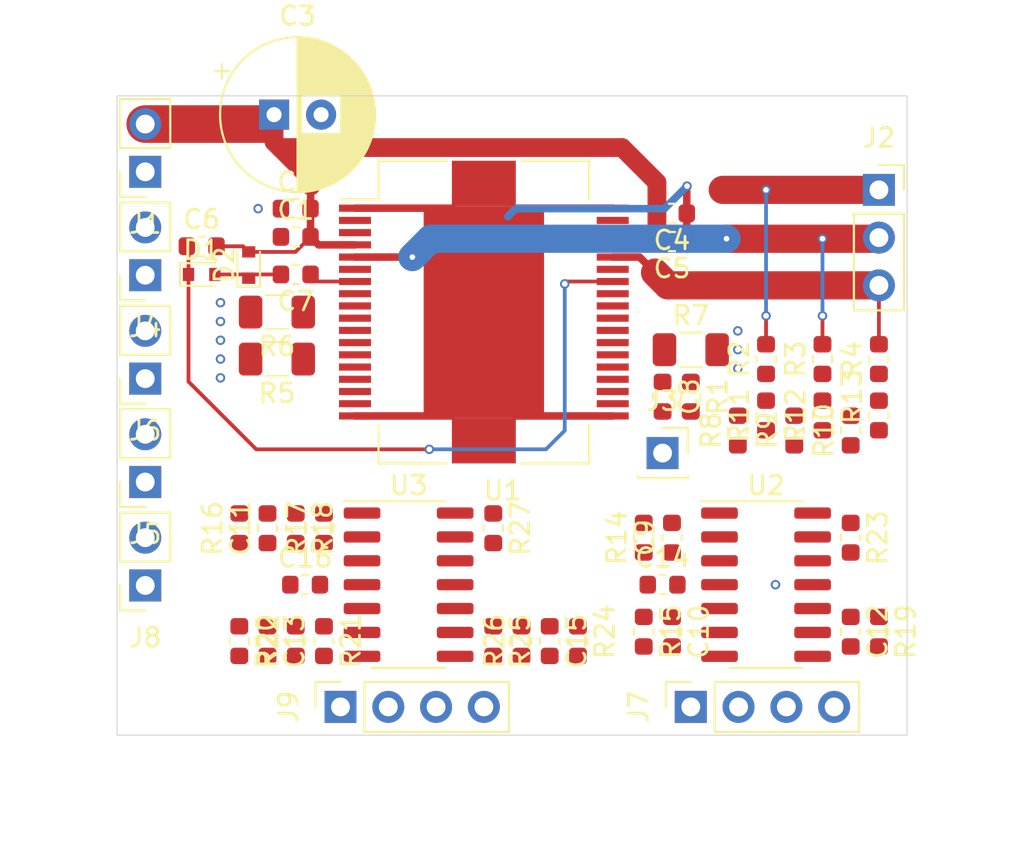
<source format=kicad_pcb>
(kicad_pcb (version 20211014) (generator pcbnew)
  (layers (0 "F.Cu" signal) (31 "B.Cu" signal) (34 "B.Paste" user) (35 "F.Paste" user) (36 "B.SilkS" user "B.Silkscreen") (37 "F.SilkS" user "F.Silkscreen") (38 "B.Mask" user) (39 "F.Mask" user) (44 "Edge.Cuts" user))
  (net 0 "")
  (net 1 "GND")
  (net 3 "Net-(C6-Pad1)")
  (net 4 "Net-(C7-Pad2)")
  (net 5 "Net-(C7-Pad1)")
  (net 6 "Net-(C8-Pad1)")
  (net 7 "/U_1")
  (net 8 "/V_1")
  (net 9 "/U_SENS")
  (net 10 "/W_1")
  (net 11 "/V_SENS")
  (net 12 "+3V3")
  (net 13 "/W_SENS")
  (net 14 "/W")
  (net 15 "/V")
  (net 16 "/U")
  (net 17 "Net-(J3-Pad1)")
  (net 18 "Net-(J4-Pad2)")
  (net 19 "Net-(J4-Pad1)")
  (net 20 "Net-(J5-Pad2)")
  (net 21 "Net-(J5-Pad1)")
  (net 22 "Net-(J6-Pad2)")
  (net 23 "Net-(J6-Pad1)")
  (net 24 "Net-(J7-Pad3)")
  (net 25 "Net-(J7-Pad2)")
  (net 26 "Net-(J7-Pad1)")
  (net 27 "Net-(J9-Pad3)")
  (net 28 "Net-(J9-Pad2)")
  (net 29 "Net-(J9-Pad1)")
  (net 30 "/VIRT_N")
  (net 31 "Net-(R17-Pad1)")
  (net 32 "Net-(R21-Pad1)")
  (net 33 "Net-(R23-Pad2)")
  (net 34 "Net-(R25-Pad1)")
  (net 35 "Net-(R27-Pad2)")
  (net 50 "Net-(U2-Pad13)")
  (net 51 "Net-(U3-Pad13)")
  (net 52 "VS")
  (net 53 "Net-(C9-Pad1)")
  (net 54 "Net-(C10-Pad1)")
  (net 55 "Net-(C11-Pad1)")
  (net 56 "Net-(C12-Pad1)")
  (net 57 "Net-(C13-Pad1)")
  (net 58 "Net-(C15-Pad1)")
  (footprint "Resistor_SMD:R_0603_1608Metric" (layer "F.Cu") (at 193.5 75 90)
    (fp_text reference "R3" (at 0 -1.43 90) (layer "F.SilkS"))
    (fp_text value "R")
    (pad "1" smd roundrect locked (at -0.7875 0 90) (size 0.875 0.95) (layers "F.Cu" "F.Paste" "F.Mask") (net 8 "/V_1"))
    (pad "2" smd roundrect locked (at 0.7875 0 90) (size 0.875 0.95) (layers "F.Cu" "F.Paste" "F.Mask") (net 15 "/V"))
  )
  (footprint "Capacitor_SMD:C_0603_1608Metric" (layer "F.Cu") (at 185 77 -90)
    (fp_text reference "C8" (at 0 -1.43 90) (layer "F.SilkS"))
    (fp_text value "10nF")
    (pad "1" smd roundrect locked (at -0.7875 0 270) (size 0.875 0.95) (layers "F.Cu" "F.Paste" "F.Mask") (net 6 "Net-(C8-Pad1)"))
    (pad "2" smd roundrect locked (at 0.7875 0 270) (size 0.875 0.95) (layers "F.Cu" "F.Paste" "F.Mask") (net 1 "GND"))
  )
  (footprint "Capacitor_SMD:C_0603_1608Metric" (layer "F.Cu") (at 165.5 68.5)
    (fp_text reference "C1" (at 0 -1.43) (layer "F.SilkS"))
    (fp_text value "100nF/16V")
    (pad "1" smd roundrect locked (at -0.7875 0) (size 0.875 0.95) (layers "F.Cu" "F.Paste" "F.Mask") (net 1 "GND"))
    (pad "2" smd roundrect locked (at 0.7875 0) (size 0.875 0.95) (layers "F.Cu" "F.Paste" "F.Mask") (net 52 "VS"))
  )
  (footprint "Capacitor_SMD:C_0603_1608Metric" (layer "F.Cu") (at 185.5 67.25 180)
    (fp_text reference "C4" (at 0 -1.43) (layer "F.SilkS"))
    (fp_text value "100nF/16V")
    (pad "1" smd roundrect locked (at -0.7875 0 180) (size 0.875 0.95) (layers "F.Cu" "F.Paste" "F.Mask") (net 1 "GND"))
    (pad "2" smd roundrect locked (at 0.7875 0 180) (size 0.875 0.95) (layers "F.Cu" "F.Paste" "F.Mask") (net 52 "VS"))
  )
  (footprint "Resistor_SMD:R_1206_3216Metric" (layer "F.Cu") (at 164.5 75 180)
    (fp_text reference "R5" (at 0 -1.82) (layer "F.SilkS"))
    (fp_text value "1mR")
    (pad "1" smd roundrect locked (at -1.4 0 180) (size 1.25 1.75) (layers "F.Cu" "F.Paste" "F.Mask") (roundrect_rratio 0.2) (net 9 "/U_SENS"))
    (pad "2" smd roundrect locked (at 1.4 0 180) (size 1.25 1.75) (layers "F.Cu" "F.Paste" "F.Mask") (roundrect_rratio 0.2) (net 1 "GND"))
  )
  (footprint "Capacitor_SMD:C_0603_1608Metric" (layer "F.Cu") (at 166 87)
    (fp_text reference "C16" (at 0 -1.43) (layer "F.SilkS"))
    (fp_text value "100nF/16V")
    (pad "1" smd roundrect locked (at -0.7875 0) (size 0.875 0.95) (layers "F.Cu" "F.Paste" "F.Mask") (net 1 "GND"))
    (pad "2" smd roundrect locked (at 0.7875 0) (size 0.875 0.95) (layers "F.Cu" "F.Paste" "F.Mask") (net 12 "+3V3"))
  )
  (footprint "Resistor_SMD:R_0603_1608Metric" (layer "F.Cu") (at 165.5 84 -90)
    (fp_text reference "R18" (at 0 -1.43 90) (layer "F.SilkS"))
    (fp_text value "1k")
    (pad "1" smd roundrect locked (at -0.7875 0 270) (size 0.875 0.95) (layers "F.Cu" "F.Paste" "F.Mask") (net 1 "GND"))
    (pad "2" smd roundrect locked (at 0.7875 0 270) (size 0.875 0.95) (layers "F.Cu" "F.Paste" "F.Mask") (net 31 "Net-(R17-Pad1)"))
  )
  (footprint "Resistor_SMD:R_0603_1608Metric" (layer "F.Cu") (at 167 84 90)
    (fp_text reference "R17" (at 0 -1.43 90) (layer "F.SilkS"))
    (fp_text value "1k")
    (pad "1" smd roundrect locked (at -0.7875 0 90) (size 0.875 0.95) (layers "F.Cu" "F.Paste" "F.Mask") (net 31 "Net-(R17-Pad1)"))
    (pad "2" smd roundrect locked (at 0.7875 0 90) (size 0.875 0.95) (layers "F.Cu" "F.Paste" "F.Mask") (net 29 "Net-(J9-Pad1)"))
  )
  (footprint "Resistor_SMD:R_0603_1608Metric" (layer "F.Cu") (at 162.5 84 90)
    (fp_text reference "R16" (at 0 -1.43 90) (layer "F.SilkS"))
    (fp_text value "1k")
    (pad "1" smd roundrect locked (at -0.7875 0 90) (size 0.875 0.95) (layers "F.Cu" "F.Paste" "F.Mask") (net 55 "Net-(C11-Pad1)"))
    (pad "2" smd roundrect locked (at 0.7875 0 90) (size 0.875 0.95) (layers "F.Cu" "F.Paste" "F.Mask") (net 9 "/U_SENS"))
  )
  (footprint "Resistor_SMD:R_0603_1608Metric" (layer "F.Cu") (at 162.5 90 -90)
    (fp_text reference "R20" (at 0 -1.43 90) (layer "F.SilkS"))
    (fp_text value "1k")
    (pad "1" smd roundrect locked (at -0.7875 0 270) (size 0.875 0.95) (layers "F.Cu" "F.Paste" "F.Mask") (net 57 "Net-(C13-Pad1)"))
    (pad "2" smd roundrect locked (at 0.7875 0 270) (size 0.875 0.95) (layers "F.Cu" "F.Paste" "F.Mask") (net 11 "/V_SENS"))
  )
  (footprint "Resistor_SMD:R_0603_1608Metric" (layer "F.Cu") (at 176 90 -90)
    (fp_text reference "R25" (at 0 -1.43 90) (layer "F.SilkS"))
    (fp_text value "1k")
    (pad "1" smd roundrect locked (at -0.7875 0 270) (size 0.875 0.95) (layers "F.Cu" "F.Paste" "F.Mask") (net 34 "Net-(R25-Pad1)"))
    (pad "2" smd roundrect locked (at 0.7875 0 270) (size 0.875 0.95) (layers "F.Cu" "F.Paste" "F.Mask") (net 27 "Net-(J9-Pad3)"))
  )
  (footprint "Capacitor_SMD:C_0603_1608Metric" (layer "F.Cu") (at 164 90 -90)
    (fp_text reference "C13" (at 0 -1.43 90) (layer "F.SilkS"))
    (fp_text value "220nF/16V")
    (pad "1" smd roundrect locked (at -0.7875 0 270) (size 0.875 0.95) (layers "F.Cu" "F.Paste" "F.Mask") (net 57 "Net-(C13-Pad1)"))
    (pad "2" smd roundrect locked (at 0.7875 0 270) (size 0.875 0.95) (layers "F.Cu" "F.Paste" "F.Mask") (net 1 "GND"))
  )
  (footprint "Capacitor_SMD:C_0603_1608Metric" (layer "F.Cu") (at 179 90 -90)
    (fp_text reference "C15" (at 0 -1.43 90) (layer "F.SilkS"))
    (fp_text value "220nF/16V")
    (pad "1" smd roundrect locked (at -0.7875 0 270) (size 0.875 0.95) (layers "F.Cu" "F.Paste" "F.Mask") (net 58 "Net-(C15-Pad1)"))
    (pad "2" smd roundrect locked (at 0.7875 0 270) (size 0.875 0.95) (layers "F.Cu" "F.Paste" "F.Mask") (net 1 "GND"))
  )
  (footprint "Capacitor_SMD:C_0603_1608Metric" (layer "F.Cu") (at 185 87)
    (fp_text reference "C14" (at 0 -1.43) (layer "F.SilkS"))
    (fp_text value "100nF/16V")
    (pad "1" smd roundrect locked (at -0.7875 0) (size 0.875 0.95) (layers "F.Cu" "F.Paste" "F.Mask") (net 1 "GND"))
    (pad "2" smd roundrect locked (at 0.7875 0) (size 0.875 0.95) (layers "F.Cu" "F.Paste" "F.Mask") (net 12 "+3V3"))
  )
  (footprint "Package_SO:SOIC-14_3.9x8.7mm_P1.27mm" (layer "F.Cu") (at 190.5 87)
    (fp_text reference "U2" (at 0 -5.28) (layer "F.SilkS"))
    (fp_text value "MCP6004T-I/SL")
    (pad "1" smd roundrect locked (at -2.475 -3.81) (size 1.95 0.6) (layers "F.Cu" "F.Paste" "F.Mask") (net 26 "Net-(J7-Pad1)"))
    (pad "2" smd roundrect locked (at -2.475 -2.54) (size 1.95 0.6) (layers "F.Cu" "F.Paste" "F.Mask") (net 30 "/VIRT_N"))
    (pad "3" smd roundrect locked (at -2.475 -1.27) (size 1.95 0.6) (layers "F.Cu" "F.Paste" "F.Mask") (net 53 "Net-(C9-Pad1)"))
    (pad "4" smd roundrect locked (at -2.475 0) (size 1.95 0.6) (layers "F.Cu" "F.Paste" "F.Mask") (net 12 "+3V3"))
    (pad "5" smd roundrect locked (at -2.475 1.27) (size 1.95 0.6) (layers "F.Cu" "F.Paste" "F.Mask") (net 54 "Net-(C10-Pad1)"))
    (pad "6" smd roundrect locked (at -2.475 2.54) (size 1.95 0.6) (layers "F.Cu" "F.Paste" "F.Mask") (net 30 "/VIRT_N"))
    (pad "7" smd roundrect locked (at -2.475 3.81) (size 1.95 0.6) (layers "F.Cu" "F.Paste" "F.Mask") (net 25 "Net-(J7-Pad2)"))
    (pad "8" smd roundrect locked (at 2.475 3.81) (size 1.95 0.6) (layers "F.Cu" "F.Paste" "F.Mask") (net 24 "Net-(J7-Pad3)"))
    (pad "9" smd roundrect locked (at 2.475 2.54) (size 1.95 0.6) (layers "F.Cu" "F.Paste" "F.Mask") (net 30 "/VIRT_N"))
    (pad "10" smd roundrect locked (at 2.475 1.27) (size 1.95 0.6) (layers "F.Cu" "F.Paste" "F.Mask") (net 56 "Net-(C12-Pad1)"))
    (pad "11" smd roundrect locked (at 2.475 0) (size 1.95 0.6) (layers "F.Cu" "F.Paste" "F.Mask") (net 1 "GND"))
    (pad "12" smd roundrect locked (at 2.475 -1.27) (size 1.95 0.6) (layers "F.Cu" "F.Paste" "F.Mask") (net 33 "Net-(R23-Pad2)"))
    (pad "13" smd roundrect locked (at 2.475 -2.54) (size 1.95 0.6) (layers "F.Cu" "F.Paste" "F.Mask") (net 50 "Net-(U2-Pad13)"))
    (pad "14" smd roundrect locked (at 2.475 -3.81) (size 1.95 0.6) (layers "F.Cu" "F.Paste" "F.Mask") (net 50 "Net-(U2-Pad13)"))
  )
  (footprint "Resistor_SMD:R_0603_1608Metric" (layer "F.Cu") (at 176 84 -90)
    (fp_text reference "R27" (at 0 -1.43 90) (layer "F.SilkS"))
    (fp_text value "1k")
    (pad "1" smd roundrect locked (at -0.7875 0 270) (size 0.875 0.95) (layers "F.Cu" "F.Paste" "F.Mask") (net 1 "GND"))
    (pad "2" smd roundrect locked (at 0.7875 0 270) (size 0.875 0.95) (layers "F.Cu" "F.Paste" "F.Mask") (net 35 "Net-(R27-Pad2)"))
  )
  (footprint "Resistor_SMD:R_0603_1608Metric" (layer "F.Cu") (at 195 84.5 -90)
    (fp_text reference "R23" (at 0 -1.43 90) (layer "F.SilkS"))
    (fp_text value "1k")
    (pad "1" smd roundrect locked (at -0.7875 0 270) (size 0.875 0.95) (layers "F.Cu" "F.Paste" "F.Mask") (net 1 "GND"))
    (pad "2" smd roundrect locked (at 0.7875 0 270) (size 0.875 0.95) (layers "F.Cu" "F.Paste" "F.Mask") (net 33 "Net-(R23-Pad2)"))
  )
  (footprint "Resistor_SMD:R_0603_1608Metric" (layer "F.Cu") (at 165.5 90 90)
    (fp_text reference "R22" (at 0 -1.43 90) (layer "F.SilkS"))
    (fp_text value "1k")
    (pad "1" smd roundrect locked (at -0.7875 0 90) (size 0.875 0.95) (layers "F.Cu" "F.Paste" "F.Mask") (net 1 "GND"))
    (pad "2" smd roundrect locked (at 0.7875 0 90) (size 0.875 0.95) (layers "F.Cu" "F.Paste" "F.Mask") (net 32 "Net-(R21-Pad1)"))
  )
  (footprint "Resistor_SMD:R_0603_1608Metric" (layer "F.Cu") (at 190.5 78 90)
    (fp_text reference "R11" (at 0 -1.43 90) (layer "F.SilkS"))
    (fp_text value "R")
    (pad "1" smd roundrect locked (at -0.7875 0 90) (size 0.875 0.95) (layers "F.Cu" "F.Paste" "F.Mask") (net 1 "GND"))
    (pad "2" smd roundrect locked (at 0.7875 0 90) (size 0.875 0.95) (layers "F.Cu" "F.Paste" "F.Mask") (net 7 "/U_1"))
  )
  (footprint "Connector_PinSocket_2.54mm:PinSocket_1x02_P2.54mm_Vertical" (layer "F.Cu") (at 157.5 87.04 180)
    (fp_text reference "J8" (at 0 -2.77) (layer "F.SilkS"))
    (fp_text value "Conn_01x02_Female")
    (pad "1" thru_hole rect locked (at 0 0 180) (size 1.7 1.7) (drill 1) (layers *.Cu *.Mask) (net 1 "GND"))
    (pad "2" thru_hole oval locked (at 0 2.54 180) (size 1.7 1.7) (drill 1) (layers *.Cu *.Mask) (net 12 "+3V3"))
  )
  (footprint "Resistor_SMD:R_0603_1608Metric" (layer "F.Cu") (at 167 90 -90)
    (fp_text reference "R21" (at 0 -1.43 90) (layer "F.SilkS"))
    (fp_text value "1k")
    (pad "1" smd roundrect locked (at -0.7875 0 270) (size 0.875 0.95) (layers "F.Cu" "F.Paste" "F.Mask") (net 32 "Net-(R21-Pad1)"))
    (pad "2" smd roundrect locked (at 0.7875 0 270) (size 0.875 0.95) (layers "F.Cu" "F.Paste" "F.Mask") (net 28 "Net-(J9-Pad2)"))
  )
  (footprint "Resistor_SMD:R_0603_1608Metric" (layer "F.Cu") (at 184 84.5 90)
    (fp_text reference "R14" (at 0 -1.43 90) (layer "F.SilkS"))
    (fp_text value "1k")
    (pad "1" smd roundrect locked (at -0.7875 0 90) (size 0.875 0.95) (layers "F.Cu" "F.Paste" "F.Mask") (net 53 "Net-(C9-Pad1)"))
    (pad "2" smd roundrect locked (at 0.7875 0 90) (size 0.875 0.95) (layers "F.Cu" "F.Paste" "F.Mask") (net 7 "/U_1"))
  )
  (footprint "Resistor_SMD:R_0603_1608Metric" (layer "F.Cu") (at 195 78.8 90)
    (fp_text reference "R10" (at 0 -1.43 90) (layer "F.SilkS"))
    (fp_text value "R")
    (pad "1" smd roundrect locked (at -0.7875 0 90) (size 0.875 0.95) (layers "F.Cu" "F.Paste" "F.Mask") (net 30 "/VIRT_N"))
    (pad "2" smd roundrect locked (at 0.7875 0 90) (size 0.875 0.95) (layers "F.Cu" "F.Paste" "F.Mask") (net 10 "/W_1"))
  )
  (footprint "Capacitor_SMD:C_0603_1608Metric" (layer "F.Cu") (at 185.5 84.5 90)
    (fp_text reference "C9" (at 0 -1.43 90) (layer "F.SilkS"))
    (fp_text value "220nF/16V")
    (pad "1" smd roundrect locked (at -0.7875 0 90) (size 0.875 0.95) (layers "F.Cu" "F.Paste" "F.Mask") (net 53 "Net-(C9-Pad1)"))
    (pad "2" smd roundrect locked (at 0.7875 0 90) (size 0.875 0.95) (layers "F.Cu" "F.Paste" "F.Mask") (net 1 "GND"))
  )
  (footprint "Resistor_SMD:R_0603_1608Metric" (layer "F.Cu") (at 189 78.8 90)
    (fp_text reference "R8" (at 0 -1.43 90) (layer "F.SilkS"))
    (fp_text value "R")
    (pad "1" smd roundrect locked (at -0.7875 0 90) (size 0.875 0.95) (layers "F.Cu" "F.Paste" "F.Mask") (net 30 "/VIRT_N"))
    (pad "2" smd roundrect locked (at 0.7875 0 90) (size 0.875 0.95) (layers "F.Cu" "F.Paste" "F.Mask") (net 7 "/U_1"))
  )
  (footprint "Diode_SMD:D_SOD-523" (layer "F.Cu") (at 160.5 70.5)
    (fp_text reference "D1" (at 0 -1.3) (layer "F.SilkS"))
    (fp_text value "1N4148WT")
    (pad "1" smd rect locked (at -0.7 0 180) (size 0.6 0.7) (layers "F.Cu" "F.Paste" "F.Mask") (net 3 "Net-(C6-Pad1)"))
    (pad "2" smd rect locked (at 0.7 0 180) (size 0.6 0.7) (layers "F.Cu" "F.Paste" "F.Mask") (net 4 "Net-(C7-Pad2)"))
  )
  (footprint "Capacitor_SMD:C_0603_1608Metric" (layer "F.Cu") (at 164 84 90)
    (fp_text reference "C11" (at 0 -1.43 90) (layer "F.SilkS"))
    (fp_text value "220nF/16V")
    (pad "1" smd roundrect locked (at -0.7875 0 90) (size 0.875 0.95) (layers "F.Cu" "F.Paste" "F.Mask") (net 55 "Net-(C11-Pad1)"))
    (pad "2" smd roundrect locked (at 0.7875 0 90) (size 0.875 0.95) (layers "F.Cu" "F.Paste" "F.Mask") (net 1 "GND"))
  )
  (footprint "Connector_PinSocket_2.54mm:PinSocket_1x04_P2.54mm_Vertical" (layer "F.Cu") (at 167.88 93.5 90)
    (fp_text reference "J9" (at 0 -2.77 90) (layer "F.SilkS"))
    (fp_text value "Conn_01x04_Female")
    (pad "1" thru_hole rect locked (at 0 0 90) (size 1.7 1.7) (drill 1) (layers *.Cu *.Mask) (net 29 "Net-(J9-Pad1)"))
    (pad "2" thru_hole oval locked (at 0 2.54 90) (size 1.7 1.7) (drill 1) (layers *.Cu *.Mask) (net 28 "Net-(J9-Pad2)"))
    (pad "3" thru_hole oval locked (at 0 5.08 90) (size 1.7 1.7) (drill 1) (layers *.Cu *.Mask) (net 27 "Net-(J9-Pad3)"))
    (pad "4" thru_hole oval locked (at 0 7.62 90) (size 1.7 1.7) (drill 1) (layers *.Cu *.Mask) (net 1 "GND"))
  )
  (footprint "Connector_PinSocket_2.54mm:PinSocket_1x02_P2.54mm_Vertical" (layer "F.Cu") (at 157.5 65.04 180)
    (fp_text reference "J1" (at 0 -2.77) (layer "F.SilkS"))
    (fp_text value "Conn_01x02_Female")
    (pad "1" thru_hole rect locked (at 0 0 180) (size 1.7 1.7) (drill 1) (layers *.Cu *.Mask) (net 1 "GND"))
    (pad "2" thru_hole oval locked (at 0 2.54 180) (size 1.7 1.7) (drill 1) (layers *.Cu *.Mask) (net 52 "VS"))
  )
  (footprint "Connector_PinSocket_2.54mm:PinSocket_1x03_P2.54mm_Vertical" (layer "F.Cu") (at 196.5 66)
    (fp_text reference "J2" (at 0 -2.77) (layer "F.SilkS"))
    (fp_text value "Conn_01x03_Female")
    (pad "1" thru_hole rect locked (at 0 0) (size 1.7 1.7) (drill 1) (layers *.Cu *.Mask) (net 16 "/U"))
    (pad "2" thru_hole oval locked (at 0 2.54) (size 1.7 1.7) (drill 1) (layers *.Cu *.Mask) (net 15 "/V"))
    (pad "3" thru_hole oval locked (at 0 5.08) (size 1.7 1.7) (drill 1) (layers *.Cu *.Mask) (net 14 "/W"))
  )
  (footprint "Resistor_SMD:R_0603_1608Metric" (layer "F.Cu") (at 184 89.5 -90)
    (fp_text reference "R15" (at 0 -1.43 90) (layer "F.SilkS"))
    (fp_text value "1k")
    (pad "1" smd roundrect locked (at -0.7875 0 270) (size 0.875 0.95) (layers "F.Cu" "F.Paste" "F.Mask") (net 54 "Net-(C10-Pad1)"))
    (pad "2" smd roundrect locked (at 0.7875 0 270) (size 0.875 0.95) (layers "F.Cu" "F.Paste" "F.Mask") (net 8 "/V_1"))
  )
  (footprint "Resistor_SMD:R_0603_1608Metric" (layer "F.Cu") (at 193.5 78 90)
    (fp_text reference "R12" (at 0 -1.43 90) (layer "F.SilkS"))
    (fp_text value "R")
    (pad "1" smd roundrect locked (at -0.7875 0 90) (size 0.875 0.95) (layers "F.Cu" "F.Paste" "F.Mask") (net 1 "GND"))
    (pad "2" smd roundrect locked (at 0.7875 0 90) (size 0.875 0.95) (layers "F.Cu" "F.Paste" "F.Mask") (net 8 "/V_1"))
  )
  (footprint "Resistor_SMD:R_0603_1608Metric" (layer "F.Cu") (at 186.5 77 -90)
    (fp_text reference "R1" (at 0 -1.43 90) (layer "F.SilkS"))
    (fp_text value "10k")
    (pad "1" smd roundrect locked (at -0.7875 0 270) (size 0.875 0.95) (layers "F.Cu" "F.Paste" "F.Mask") (net 6 "Net-(C8-Pad1)"))
    (pad "2" smd roundrect locked (at 0.7875 0 270) (size 0.875 0.95) (layers "F.Cu" "F.Paste" "F.Mask") (net 17 "Net-(J3-Pad1)"))
  )
  (footprint "Resistor_SMD:R_0603_1608Metric" (layer "F.Cu") (at 196.5 75 90)
    (fp_text reference "R4" (at 0 -1.43 90) (layer "F.SilkS"))
    (fp_text value "R")
    (pad "1" smd roundrect locked (at -0.7875 0 90) (size 0.875 0.95) (layers "F.Cu" "F.Paste" "F.Mask") (net 10 "/W_1"))
    (pad "2" smd roundrect locked (at 0.7875 0 90) (size 0.875 0.95) (layers "F.Cu" "F.Paste" "F.Mask") (net 14 "/W"))
  )
  (footprint "Connector_PinSocket_2.54mm:PinSocket_1x04_P2.54mm_Vertical" (layer "F.Cu") (at 186.5 93.5 90)
    (fp_text reference "J7" (at 0 -2.77 90) (layer "F.SilkS"))
    (fp_text value "Conn_01x04_Female")
    (pad "1" thru_hole rect locked (at 0 0 90) (size 1.7 1.7) (drill 1) (layers *.Cu *.Mask) (net 26 "Net-(J7-Pad1)"))
    (pad "2" thru_hole oval locked (at 0 2.54 90) (size 1.7 1.7) (drill 1) (layers *.Cu *.Mask) (net 25 "Net-(J7-Pad2)"))
    (pad "3" thru_hole oval locked (at 0 5.08 90) (size 1.7 1.7) (drill 1) (layers *.Cu *.Mask) (net 24 "Net-(J7-Pad3)"))
    (pad "4" thru_hole oval locked (at 0 7.62 90) (size 1.7 1.7) (drill 1) (layers *.Cu *.Mask) (net 1 "GND"))
  )
  (footprint "Resistor_SMD:R_0603_1608Metric" (layer "F.Cu") (at 196.5 78 90)
    (fp_text reference "R13" (at 1 -1.43 90) (layer "F.SilkS"))
    (fp_text value "R")
    (pad "1" smd roundrect locked (at -0.7875 0 90) (size 0.875 0.95) (layers "F.Cu" "F.Paste" "F.Mask") (net 1 "GND"))
    (pad "2" smd roundrect locked (at 0.7875 0 90) (size 0.875 0.95) (layers "F.Cu" "F.Paste" "F.Mask") (net 10 "/W_1"))
  )
  (footprint "Resistor_SMD:R_0603_1608Metric" (layer "F.Cu") (at 196.5 89.5 -90)
    (fp_text reference "R19" (at 0 -1.43 90) (layer "F.SilkS"))
    (fp_text value "1k")
    (pad "1" smd roundrect locked (at -0.7875 0 270) (size 0.875 0.95) (layers "F.Cu" "F.Paste" "F.Mask") (net 56 "Net-(C12-Pad1)"))
    (pad "2" smd roundrect locked (at 0.7875 0 270) (size 0.875 0.95) (layers "F.Cu" "F.Paste" "F.Mask") (net 10 "/W_1"))
  )
  (footprint "Capacitor_SMD:C_0603_1608Metric" (layer "F.Cu") (at 195 89.5 -90)
    (fp_text reference "C12" (at 0 -1.43 90) (layer "F.SilkS"))
    (fp_text value "220nF/16V")
    (pad "1" smd roundrect locked (at -0.7875 0 270) (size 0.875 0.95) (layers "F.Cu" "F.Paste" "F.Mask") (net 56 "Net-(C12-Pad1)"))
    (pad "2" smd roundrect locked (at 0.7875 0 270) (size 0.875 0.95) (layers "F.Cu" "F.Paste" "F.Mask") (net 1 "GND"))
  )
  (footprint "Resistor_SMD:R_0603_1608Metric" (layer "F.Cu") (at 192 78.8 90)
    (fp_text reference "R9" (at 0 -1.43 90) (layer "F.SilkS"))
    (fp_text value "R")
    (pad "1" smd roundrect locked (at -0.7875 0 90) (size 0.875 0.95) (layers "F.Cu" "F.Paste" "F.Mask") (net 30 "/VIRT_N"))
    (pad "2" smd roundrect locked (at 0.7875 0 90) (size 0.875 0.95) (layers "F.Cu" "F.Paste" "F.Mask") (net 8 "/V_1"))
  )
  (footprint "Resistor_SMD:R_1206_3216Metric" (layer "F.Cu") (at 164.5 72.5 180)
    (fp_text reference "R6" (at 0 -1.82) (layer "F.SilkS"))
    (fp_text value "1mR")
    (pad "1" smd roundrect locked (at -1.4 0 180) (size 1.25 1.75) (layers "F.Cu" "F.Paste" "F.Mask") (roundrect_rratio 0.2) (net 11 "/V_SENS"))
    (pad "2" smd roundrect locked (at 1.4 0 180) (size 1.25 1.75) (layers "F.Cu" "F.Paste" "F.Mask") (roundrect_rratio 0.2) (net 1 "GND"))
  )
  (footprint "Package_SO:SOIC-14_3.9x8.7mm_P1.27mm" (layer "F.Cu") (at 171.5 87)
    (fp_text reference "U3" (at 0 -5.28) (layer "F.SilkS"))
    (fp_text value "MCP6004T-I/SL")
    (pad "1" smd roundrect locked (at -2.475 -3.81) (size 1.95 0.6) (layers "F.Cu" "F.Paste" "F.Mask") (net 29 "Net-(J9-Pad1)"))
    (pad "2" smd roundrect locked (at -2.475 -2.54) (size 1.95 0.6) (layers "F.Cu" "F.Paste" "F.Mask") (net 31 "Net-(R17-Pad1)"))
    (pad "3" smd roundrect locked (at -2.475 -1.27) (size 1.95 0.6) (layers "F.Cu" "F.Paste" "F.Mask") (net 55 "Net-(C11-Pad1)"))
    (pad "4" smd roundrect locked (at -2.475 0) (size 1.95 0.6) (layers "F.Cu" "F.Paste" "F.Mask") (net 12 "+3V3"))
    (pad "5" smd roundrect locked (at -2.475 1.27) (size 1.95 0.6) (layers "F.Cu" "F.Paste" "F.Mask") (net 57 "Net-(C13-Pad1)"))
    (pad "6" smd roundrect locked (at -2.475 2.54) (size 1.95 0.6) (layers "F.Cu" "F.Paste" "F.Mask") (net 32 "Net-(R21-Pad1)"))
    (pad "7" smd roundrect locked (at -2.475 3.81) (size 1.95 0.6) (layers "F.Cu" "F.Paste" "F.Mask") (net 28 "Net-(J9-Pad2)"))
    (pad "8" smd roundrect locked (at 2.475 3.81) (size 1.95 0.6) (layers "F.Cu" "F.Paste" "F.Mask") (net 27 "Net-(J9-Pad3)"))
    (pad "9" smd roundrect locked (at 2.475 2.54) (size 1.95 0.6) (layers "F.Cu" "F.Paste" "F.Mask") (net 34 "Net-(R25-Pad1)"))
    (pad "10" smd roundrect locked (at 2.475 1.27) (size 1.95 0.6) (layers "F.Cu" "F.Paste" "F.Mask") (net 58 "Net-(C15-Pad1)"))
    (pad "11" smd roundrect locked (at 2.475 0) (size 1.95 0.6) (layers "F.Cu" "F.Paste" "F.Mask") (net 1 "GND"))
    (pad "12" smd roundrect locked (at 2.475 -1.27) (size 1.95 0.6) (layers "F.Cu" "F.Paste" "F.Mask") (net 35 "Net-(R27-Pad2)"))
    (pad "13" smd roundrect locked (at 2.475 -2.54) (size 1.95 0.6) (layers "F.Cu" "F.Paste" "F.Mask") (net 51 "Net-(U3-Pad13)"))
    (pad "14" smd roundrect locked (at 2.475 -3.81) (size 1.95 0.6) (layers "F.Cu" "F.Paste" "F.Mask") (net 51 "Net-(U3-Pad13)"))
  )
  (footprint "L6230:HSOP-36" (layer "F.Cu") (at 175.5 72.5)
    (fp_text reference "U1" (at 1 9.5 unlocked) (layer "F.SilkS"))
    (fp_text value "L6230PD")
    (pad "1" smd rect (at -6.85 -5.525) (size 1.7 0.38) (layers "F.Cu" "F.Paste" "F.Mask") (net 1 "GND"))
    (pad "2" smd rect (at -6.85 -4.875) (size 1.7 0.38) (layers "F.Cu" "F.Paste" "F.Mask"))
    (pad "3" smd rect (at -6.85 -4.225) (size 1.7 0.38) (layers "F.Cu" "F.Paste" "F.Mask"))
    (pad "4" smd rect (at -6.85 -3.575) (size 1.7 0.38) (layers "F.Cu" "F.Paste" "F.Mask") (net 52 "VS"))
    (pad "5" smd rect (at -6.85 -2.925) (size 1.7 0.38) (layers "F.Cu" "F.Paste" "F.Mask") (net 15 "/V"))
    (pad "6" smd rect (at -6.85 -2.275) (size 1.7 0.38) (layers "F.Cu" "F.Paste" "F.Mask"))
    (pad "7" smd rect (at -6.85 -1.625) (size 1.7 0.38) (layers "F.Cu" "F.Paste" "F.Mask") (net 5 "Net-(C7-Pad1)"))
    (pad "8" smd rect (at -6.85 -0.975) (size 1.7 0.38) (layers "F.Cu" "F.Paste" "F.Mask") (net 11 "/V_SENS"))
    (pad "9" smd rect (at -6.85 -0.325) (size 1.7 0.38) (layers "F.Cu" "F.Paste" "F.Mask") (net 18 "Net-(J4-Pad2)"))
    (pad "10" smd rect (at -6.85 0.325) (size 1.7 0.38) (layers "F.Cu" "F.Paste" "F.Mask") (net 19 "Net-(J4-Pad1)"))
    (pad "11" smd rect (at -6.85 0.975) (size 1.7 0.38) (layers "F.Cu" "F.Paste" "F.Mask") (net 22 "Net-(J6-Pad2)"))
    (pad "12" smd rect (at -6.85 1.625) (size 1.7 0.38) (layers "F.Cu" "F.Paste" "F.Mask") (net 9 "/U_SENS"))
    (pad "13" smd rect (at -6.85 2.275) (size 1.7 0.38) (layers "F.Cu" "F.Paste" "F.Mask"))
    (pad "14" smd rect (at -6.85 2.925) (size 1.7 0.38) (layers "F.Cu" "F.Paste" "F.Mask"))
    (pad "15" smd rect (at -6.85 3.575) (size 1.7 0.38) (layers "F.Cu" "F.Paste" "F.Mask") (net 16 "/U"))
    (pad "16" smd rect (at -6.85 4.225) (size 1.7 0.38) (layers "F.Cu" "F.Paste" "F.Mask"))
    (pad "17" smd rect (at -6.85 4.875) (size 1.7 0.38) (layers "F.Cu" "F.Paste" "F.Mask"))
    (pad "18" smd rect (at -6.85 5.525) (size 1.7 0.38) (layers "F.Cu" "F.Paste" "F.Mask") (net 1 "GND"))
    (pad "19" smd rect (at 6.85 5.525) (size 1.7 0.38) (layers "F.Cu" "F.Paste" "F.Mask") (net 1 "GND"))
    (pad "20" smd rect (at 6.85 4.875) (size 1.7 0.38) (layers "F.Cu" "F.Paste" "F.Mask"))
    (pad "21" smd rect (at 6.85 4.225) (size 1.7 0.38) (layers "F.Cu" "F.Paste" "F.Mask"))
    (pad "22" smd rect (at 6.85 3.575) (size 1.7 0.38) (layers "F.Cu" "F.Paste" "F.Mask") (net 6 "Net-(C8-Pad1)"))
    (pad "23" smd rect (at 6.85 2.925) (size 1.7 0.38) (layers "F.Cu" "F.Paste" "F.Mask"))
    (pad "24" smd rect (at 6.85 2.275) (size 1.7 0.38) (layers "F.Cu" "F.Paste" "F.Mask"))
    (pad "25" smd rect (at 6.85 1.625) (size 1.7 0.38) (layers "F.Cu" "F.Paste" "F.Mask") (net 13 "/W_SENS"))
    (pad "26" smd rect (at 6.85 0.975) (size 1.7 0.38) (layers "F.Cu" "F.Paste" "F.Mask") (net 20 "Net-(J5-Pad2)"))
    (pad "27" smd rect (at 6.85 0.325) (size 1.7 0.38) (layers "F.Cu" "F.Paste" "F.Mask") (net 21 "Net-(J5-Pad1)"))
    (pad "28" smd rect (at 6.85 -0.325) (size 1.7 0.38) (layers "F.Cu" "F.Paste" "F.Mask"))
    (pad "29" smd rect (at 6.85 -0.975) (size 1.7 0.38) (layers "F.Cu" "F.Paste" "F.Mask") (net 23 "Net-(J6-Pad1)"))
    (pad "30" smd rect (at 6.85 -1.625) (size 1.7 0.38) (layers "F.Cu" "F.Paste" "F.Mask") (net 3 "Net-(C6-Pad1)"))
    (pad "31" smd rect (at 6.85 -2.275) (size 1.7 0.38) (layers "F.Cu" "F.Paste" "F.Mask"))
    (pad "32" smd rect (at 6.85 -2.925) (size 1.7 0.38) (layers "F.Cu" "F.Paste" "F.Mask") (net 14 "/W"))
    (pad "33" smd rect (at 6.85 -3.575) (size 1.7 0.38) (layers "F.Cu" "F.Paste" "F.Mask") (net 52 "VS"))
    (pad "34" smd rect (at 6.85 -4.225) (size 1.7 0.38) (layers "F.Cu" "F.Paste" "F.Mask"))
    (pad "35" smd rect (at 6.85 -4.875) (size 1.7 0.38) (layers "F.Cu" "F.Paste" "F.Mask"))
    (pad "36" smd rect (at 6.85 -5.525) (size 1.7 0.38) (layers "F.Cu" "F.Paste" "F.Mask") (net 1 "GND"))
    (pad "37" smd rect (at 0 0) (size 6.4 11.27) (layers "F.Cu" "F.Paste" "F.Mask") (net 1 "GND"))
    (pad "37" smd rect (at 0 6.8425) (size 3.4 2.415) (layers "F.Cu" "F.Paste" "F.Mask") (net 1 "GND"))
    (pad "37" smd rect (at 0 -6.8425) (size 3.4 2.415) (layers "F.Cu" "F.Paste" "F.Mask") (net 1 "GND"))
  )
  (footprint "Resistor_SMD:R_0603_1608Metric" (layer "F.Cu") (at 177.5 90 90)
    (fp_text reference "R26" (at 0 -1.43 90) (layer "F.SilkS"))
    (fp_text value "1k")
    (pad "1" smd roundrect locked (at -0.7875 0 90) (size 0.875 0.95) (layers "F.Cu" "F.Paste" "F.Mask") (net 1 "GND"))
    (pad "2" smd roundrect locked (at 0.7875 0 90) (size 0.875 0.95) (layers "F.Cu" "F.Paste" "F.Mask") (net 34 "Net-(R25-Pad1)"))
  )
  (footprint "Resistor_SMD:R_0603_1608Metric" (layer "F.Cu") (at 180.5 90 -90)
    (fp_text reference "R24" (at -0.5 -1.43 90) (layer "F.SilkS"))
    (fp_text value "1k")
    (pad "1" smd roundrect locked (at -0.7875 0 270) (size 0.875 0.95) (layers "F.Cu" "F.Paste" "F.Mask") (net 58 "Net-(C15-Pad1)"))
    (pad "2" smd roundrect locked (at 0.7875 0 270) (size 0.875 0.95) (layers "F.Cu" "F.Paste" "F.Mask") (net 13 "/W_SENS"))
  )
  (footprint "Diode_SMD:D_SOD-523" (layer "F.Cu") (at 163 70 90)
    (fp_text reference "D2" (at 0 -1.3 90) (layer "F.SilkS"))
    (fp_text value "1N4148WT")
    (pad "1" smd rect locked (at -0.7 0 270) (size 0.6 0.7) (layers "F.Cu" "F.Paste" "F.Mask") (net 4 "Net-(C7-Pad2)"))
    (pad "2" smd rect locked (at 0.7 0 270) (size 0.6 0.7) (layers "F.Cu" "F.Paste" "F.Mask") (net 52 "VS"))
  )
  (footprint "Resistor_SMD:R_0603_1608Metric" (layer "F.Cu") (at 190.5 75 90)
    (fp_text reference "R2" (at 0 -1.43 90) (layer "F.SilkS"))
    (fp_text value "R")
    (pad "1" smd roundrect locked (at -0.7875 0 90) (size 0.875 0.95) (layers "F.Cu" "F.Paste" "F.Mask") (net 7 "/U_1"))
    (pad "2" smd roundrect locked (at 0.7875 0 90) (size 0.875 0.95) (layers "F.Cu" "F.Paste" "F.Mask") (net 16 "/U"))
  )
  (footprint "Resistor_SMD:R_1206_3216Metric" (layer "F.Cu") (at 186.5 74.5)
    (fp_text reference "R7" (at 0 -1.82) (layer "F.SilkS"))
    (fp_text value "1mR")
    (pad "1" smd roundrect locked (at -1.4 0) (size 1.25 1.75) (layers "F.Cu" "F.Paste" "F.Mask") (roundrect_rratio 0.2) (net 13 "/W_SENS"))
    (pad "2" smd roundrect locked (at 1.4 0) (size 1.25 1.75) (layers "F.Cu" "F.Paste" "F.Mask") (roundrect_rratio 0.2) (net 1 "GND"))
  )
  (footprint "Connector_PinSocket_2.54mm:PinSocket_1x02_P2.54mm_Vertical" (layer "F.Cu") (at 157.5 76.04 180)
    (fp_text reference "J6" (at 0 -2.77) (layer "F.SilkS"))
    (fp_text value "Conn_01x02_Female")
    (pad "1" thru_hole rect locked (at 0 0 180) (size 1.7 1.7) (drill 1) (layers *.Cu *.Mask) (net 23 "Net-(J6-Pad1)"))
    (pad "2" thru_hole oval locked (at 0 2.54 180) (size 1.7 1.7) (drill 1) (layers *.Cu *.Mask) (net 22 "Net-(J6-Pad2)"))
  )
  (footprint "Capacitor_SMD:C_0603_1608Metric" (layer "F.Cu") (at 185.5 89.5 -90)
    (fp_text reference "C10" (at 0 -1.43 90) (layer "F.SilkS"))
    (fp_text value "220nF/16V")
    (pad "1" smd roundrect locked (at -0.7875 0 270) (size 0.875 0.95) (layers "F.Cu" "F.Paste" "F.Mask") (net 54 "Net-(C10-Pad1)"))
    (pad "2" smd roundrect locked (at 0.7875 0 270) (size 0.875 0.95) (layers "F.Cu" "F.Paste" "F.Mask") (net 1 "GND"))
  )
  (footprint "Connector_PinSocket_2.54mm:PinSocket_1x02_P2.54mm_Vertical" (layer "F.Cu") (at 157.5 70.54 180)
    (fp_text reference "J4" (at 0 -2.77) (layer "F.SilkS"))
    (fp_text value "Conn_01x02_Female")
    (pad "1" thru_hole rect locked (at 0 0 180) (size 1.7 1.7) (drill 1) (layers *.Cu *.Mask) (net 19 "Net-(J4-Pad1)"))
    (pad "2" thru_hole oval locked (at 0 2.54 180) (size 1.7 1.7) (drill 1) (layers *.Cu *.Mask) (net 18 "Net-(J4-Pad2)"))
  )
  (footprint "Connector_PinSocket_2.54mm:PinSocket_1x02_P2.54mm_Vertical" (layer "F.Cu") (at 157.5 81.54 180)
    (fp_text reference "J5" (at 0 -2.77) (layer "F.SilkS"))
    (fp_text value "Conn_01x02_Female")
    (pad "1" thru_hole rect locked (at 0 0 180) (size 1.7 1.7) (drill 1) (layers *.Cu *.Mask) (net 21 "Net-(J5-Pad1)"))
    (pad "2" thru_hole oval locked (at 0 2.54 180) (size 1.7 1.7) (drill 1) (layers *.Cu *.Mask) (net 20 "Net-(J5-Pad2)"))
  )
  (footprint "Connector_PinSocket_2.54mm:PinSocket_1x01_P2.54mm_Vertical" (layer "F.Cu") (at 185 80)
    (fp_text reference "J3" (at 0 -2.77) (layer "F.SilkS"))
    (fp_text value "Conn_01x01_Female")
    (pad "1" thru_hole rect locked (at 0 0) (size 1.7 1.7) (drill 1) (layers *.Cu *.Mask) (net 17 "Net-(J3-Pad1)"))
  )
  (footprint "Capacitor_SMD:C_0603_1608Metric" (layer "F.Cu") (at 165.5 70.5 180)
    (fp_text reference "C7" (at 0 -1.43) (layer "F.SilkS"))
    (fp_text value "10nF/16V")
    (pad "1" smd roundrect locked (at -0.7875 0 180) (size 0.875 0.95) (layers "F.Cu" "F.Paste" "F.Mask") (net 5 "Net-(C7-Pad1)"))
    (pad "2" smd roundrect locked (at 0.7875 0 180) (size 0.875 0.95) (layers "F.Cu" "F.Paste" "F.Mask") (net 4 "Net-(C7-Pad2)"))
  )
  (footprint "Capacitor_SMD:C_0603_1608Metric" (layer "F.Cu") (at 160.5 69)
    (fp_text reference "C6" (at 0 -1.43) (layer "F.SilkS"))
    (fp_text value "220nF/16V")
    (pad "1" smd roundrect locked (at -0.7875 0) (size 0.875 0.95) (layers "F.Cu" "F.Paste" "F.Mask") (net 3 "Net-(C6-Pad1)"))
    (pad "2" smd roundrect locked (at 0.7875 0) (size 0.875 0.95) (layers "F.Cu" "F.Paste" "F.Mask") (net 52 "VS"))
  )
  (footprint "Capacitor_SMD:C_0603_1608Metric" (layer "F.Cu") (at 185.5 68.75 180)
    (fp_text reference "C5" (at 0 -1.43) (layer "F.SilkS"))
    (fp_text value "100nF/16V")
    (pad "1" smd roundrect locked (at -0.7875 0 180) (size 0.875 0.95) (layers "F.Cu" "F.Paste" "F.Mask") (net 1 "GND"))
    (pad "2" smd roundrect locked (at 0.7875 0 180) (size 0.875 0.95) (layers "F.Cu" "F.Paste" "F.Mask") (net 52 "VS"))
  )
  (footprint "Capacitor_SMD:C_0603_1608Metric" (layer "F.Cu") (at 165.5 67)
    (fp_text reference "C2" (at 0 -1.43) (layer "F.SilkS"))
    (fp_text value "100nF/16V")
    (pad "1" smd roundrect locked (at -0.7875 0) (size 0.875 0.95) (layers "F.Cu" "F.Paste" "F.Mask") (net 1 "GND"))
    (pad "2" smd roundrect locked (at 0.7875 0) (size 0.875 0.95) (layers "F.Cu" "F.Paste" "F.Mask") (net 52 "VS"))
  )
  (footprint "Capacitor_THT:CP_Radial_D8.0mm_P2.50mm" (layer "F.Cu") (at 164.347349 62)
    (fp_text reference "C3" (at 1.25 -5.25) (layer "F.SilkS"))
    (fp_text value "220uF/16V")
    (pad "1" thru_hole rect (at 0 0) (size 1.6 1.6) (drill 0.8) (layers *.Cu *.Mask) (net 52 "VS"))
    (pad "2" thru_hole circle (at 2.5 0) (size 1.6 1.6) (drill 0.8) (layers *.Cu *.Mask) (net 1 "GND"))
  )
  (gr_line (start 156 95) (end 198 95) (layer "Edge.Cuts") (width 0.05))
  (gr_line (start 156 61) (end 156 95) (layer "Edge.Cuts") (width 0.05))
  (gr_line (start 156 61) (end 198 61) (layer "Edge.Cuts") (width 0.05))
  (gr_line (start 198 61) (end 198 95) (layer "Edge.Cuts") (width 0.05))
  (segment (start 177.215 66.975) (end 176.77 67.42) (width 0.4) (layer "F.Cu") (net 1))
  (segment (start 177.215 78.025) (end 176.77 77.58) (width 0.4) (layer "F.Cu") (net 1))
  (segment (start 182.35 66.975) (end 177.215 66.975) (width 0.4) (layer "F.Cu") (net 1))
  (segment (start 186.2875 67.25) (end 186.2875 65.8125) (width 0.4) (layer "F.Cu") (net 1))
  (segment (start 173.785 78.025) (end 174.23 77.58) (width 0.4) (layer "F.Cu") (net 1))
  (segment (start 168.65 66.975) (end 173.785 66.975) (width 0.4) (layer "F.Cu") (net 1))
  (segment (start 186.2875 68.75) (end 186.2875 67.25) (width 0.4) (layer "F.Cu") (net 1))
  (segment (start 173.785 66.975) (end 174.23 67.42) (width 0.4) (layer "F.Cu") (net 1))
  (segment (start 182.35 78.025) (end 177.215 78.025) (width 0.4) (layer "F.Cu") (net 1))
  (segment (start 186.2875 65.8125) (end 186.3 65.8) (width 0.4) (layer "F.Cu") (net 1))
  (segment (start 168.65 78.025) (end 173.785 78.025) (width 0.4) (layer "F.Cu") (net 1))
  (via (at 161.5 73) (size 0.5) (drill 0.3) (layers "F.Cu" "B.Cu") (net 1))
  (via (at 161.5 76) (size 0.5) (drill 0.3) (layers "F.Cu" "B.Cu") (net 1))
  (via (at 161.5 72) (size 0.5) (drill 0.3) (layers "F.Cu" "B.Cu") (net 1))
  (via (at 189 73.5) (size 0.5) (drill 0.3) (layers "F.Cu" "B.Cu") (net 1))
  (via (at 189 75.5) (size 0.5) (drill 0.3) (layers "F.Cu" "B.Cu") (net 1))
  (via (at 186.3 65.8) (size 0.5) (drill 0.3) (layers "F.Cu" "B.Cu") (net 1))
  (via (at 191 87) (size 0.5) (drill 0.3) (layers "F.Cu" "B.Cu") (net 1))
  (via (at 161.5 75) (size 0.5) (drill 0.3) (layers "F.Cu" "B.Cu") (net 1))
  (via (at 163.5 67) (size 0.5) (drill 0.3) (layers "F.Cu" "B.Cu") (net 1))
  (via (at 161.5 74) (size 0.5) (drill 0.3) (layers "F.Cu" "B.Cu") (net 1))
  (via (at 189 74.5) (size 0.5) (drill 0.3) (layers "F.Cu" "B.Cu") (net 1))
  (segment (start 186.3 65.8) (end 185.1 67) (width 0.4) (layer "B.Cu") (net 1))
  (segment (start 185.1 67) (end 177.19 67) (width 0.4) (layer "B.Cu") (net 1))
  (segment (start 177.19 67) (end 176.77 67.42) (width 0.4) (layer "B.Cu") (net 1))
  (segment (start 159.8 76.2) (end 163.4 79.8) (width 0.2) (layer "F.Cu") (net 3))
  (segment (start 159.8 70.5) (end 159.8 76.2) (width 0.2) (layer "F.Cu") (net 3))
  (segment (start 182.35 70.875) (end 179.925 70.875) (width 0.2) (layer "F.Cu") (net 3))
  (segment (start 179.925 70.875) (end 179.8 71) (width 0.2) (layer "F.Cu") (net 3))
  (segment (start 159.8 69.0875) (end 159.7125 69) (width 0.2) (layer "F.Cu") (net 3))
  (segment (start 159.8 70.5) (end 159.8 69.0875) (width 0.2) (layer "F.Cu") (net 3))
  (segment (start 163.4 79.8) (end 172.6 79.8) (width 0.2) (layer "F.Cu") (net 3))
  (via (at 172.6 79.8) (size 0.5) (drill 0.3) (layers "F.Cu" "B.Cu") (net 3))
  (via (at 179.8 71) (size 0.5) (drill 0.3) (layers "F.Cu" "B.Cu") (net 3))
  (segment (start 178.8 79.8) (end 179.8 78.8) (width 0.2) (layer "B.Cu") (net 3))
  (segment (start 179.8 78.8) (end 179.8 71) (width 0.2) (layer "B.Cu") (net 3))
  (segment (start 172.6 79.8) (end 178.8 79.8) (width 0.2) (layer "B.Cu") (net 3))
  (segment (start 164.7125 70.5) (end 161.2 70.5) (width 0.2) (layer "F.Cu") (net 4))
  (segment (start 166.6625 70.875) (end 166.2875 70.5) (width 0.2) (layer "F.Cu") (net 5))
  (segment (start 168.65 70.875) (end 166.6625 70.875) (width 0.2) (layer "F.Cu") (net 5))
  (segment (start 183.775 69.575) (end 184.6 70.4) (width 0.4) (layer "F.Cu") (net 14))
  (segment (start 182.35 69.575) (end 183.775 69.575) (width 0.4) (layer "F.Cu") (net 14))
  (segment (start 196.5 71.08) (end 185.28 71.08) (width 1.5) (layer "F.Cu") (net 14))
  (segment (start 196.5 74.2125) (end 196.5 71.08) (width 0.2) (layer "F.Cu") (net 14))
  (segment (start 185.28 71.08) (end 184.6 70.4) (width 1.5) (layer "F.Cu") (net 14))
  (segment (start 193.5 74.2125) (end 193.5 72.7) (width 0.2) (layer "F.Cu") (net 15))
  (segment (start 168.65 69.575) (end 171.7 69.575) (width 0.4) (layer "F.Cu") (net 15))
  (segment (start 196.5 68.54) (end 196.44 68.6) (width 1.5) (layer "F.Cu") (net 15))
  (segment (start 196.44 68.6) (end 188.4 68.6) (width 1.5) (layer "F.Cu") (net 15))
  (via (at 188.4 68.6) (size 0.5) (drill 0.3) (layers "F.Cu" "B.Cu") (net 15))
  (via (at 193.5 72.7) (size 0.5) (drill 0.3) (layers "F.Cu" "B.Cu") (net 15))
  (via (at 193.5 68.6) (size 0.5) (drill 0.3) (layers "F.Cu" "B.Cu") (net 15))
  (via (at 171.7 69.575) (size 0.5) (drill 0.3) (layers "F.Cu" "B.Cu") (net 15))
  (segment (start 193.5 72.7) (end 193.5 68.6) (width 0.2) (layer "B.Cu") (net 15))
  (segment (start 172.675 68.6) (end 171.7 69.575) (width 1.5) (layer "B.Cu") (net 15))
  (segment (start 188.4 68.6) (end 172.675 68.6) (width 1.5) (layer "B.Cu") (net 15))
  (segment (start 196.5 66) (end 188.2 66) (width 1.5) (layer "F.Cu") (net 16))
  (segment (start 190.5 74.2125) (end 190.5 72.7) (width 0.2) (layer "F.Cu") (net 16))
  (via (at 190.5 72.7) (size 0.5) (drill 0.3) (layers "F.Cu" "B.Cu") (net 16))
  (via (at 190.5 66) (size 0.5) (drill 0.3) (layers "F.Cu" "B.Cu") (net 16))
  (segment (start 190.5 72.7) (end 190.5 66) (width 0.2) (layer "B.Cu") (net 16))
  (segment (start 163.847349 62.5) (end 157.5 62.5) (width 2) (layer "F.Cu") (net 52))
  (segment (start 166.2875 68.5) (end 166.2875 67) (width 0.4) (layer "F.Cu") (net 52))
  (segment (start 166.7125 68.925) (end 166.2875 68.5) (width 0.4) (layer "F.Cu") (net 52))
  (segment (start 182.35 68.925) (end 184.5375 68.925) (width 0.4) (layer "F.Cu") (net 52))
  (segment (start 166.3 65.8) (end 166.2875 65.3875) (width 1) (layer "F.Cu") (net 52))
  (segment (start 184.7 68.7375) (end 184.7125 68.75) (width 1) (layer "F.Cu") (net 52))
  (segment (start 163 69.3) (end 165.4875 69.3) (width 0.2) (layer "F.Cu") (net 52))
  (segment (start 166.2875 65.3875) (end 164.650489 63.750489) (width 1) (layer "F.Cu") (net 52))
  (segment (start 184.7 65.6) (end 184.7 68.7375) (width 1) (layer "F.Cu") (net 52))
  (segment (start 164.347349 63.447349) (end 164.650489 63.750489) (width 1) (layer "F.Cu") (net 52))
  (segment (start 164.347349 62) (end 164.347349 63.447349) (width 1) (layer "F.Cu") (net 52))
  (segment (start 165.4875 69.3) (end 166.2875 68.5) (width 0.2) (layer "F.Cu") (net 52))
  (segment (start 184.5375 68.925) (end 184.7125 68.75) (width 0.4) (layer "F.Cu") (net 52))
  (segment (start 162.7 69) (end 163 69.3) (width 0.2) (layer "F.Cu") (net 52))
  (segment (start 168.65 68.925) (end 166.7125 68.925) (width 0.4) (layer "F.Cu") (net 52))
  (segment (start 164.650489 63.750489) (end 182.850489 63.750489) (width 1) (layer "F.Cu") (net 52))
  (segment (start 166.2875 67) (end 166.3 65.8) (width 0.4) (layer "F.Cu") (net 52))
  (segment (start 164.347349 62) (end 163.847349 62.5) (width 1) (layer "F.Cu") (net 52))
  (segment (start 182.850489 63.750489) (end 184.7 65.6) (width 1) (layer "F.Cu") (net 52))
  (segment (start 161.2875 69) (end 162.7 69) (width 0.2) (layer "F.Cu") (net 52))
)
</source>
